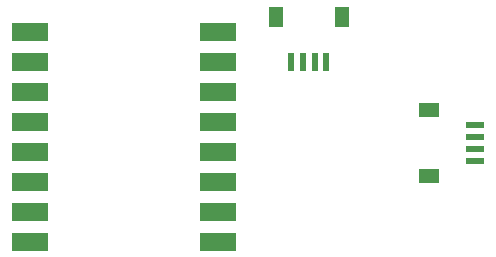
<source format=gbr>
%TF.GenerationSoftware,KiCad,Pcbnew,8.0.3*%
%TF.CreationDate,2024-10-26T21:30:25-07:00*%
%TF.ProjectId,oled_controller,6f6c6564-5f63-46f6-9e74-726f6c6c6572,rev?*%
%TF.SameCoordinates,Original*%
%TF.FileFunction,Paste,Bot*%
%TF.FilePolarity,Positive*%
%FSLAX46Y46*%
G04 Gerber Fmt 4.6, Leading zero omitted, Abs format (unit mm)*
G04 Created by KiCad (PCBNEW 8.0.3) date 2024-10-26 21:30:25*
%MOMM*%
%LPD*%
G01*
G04 APERTURE LIST*
%ADD10R,3.025000X1.524000*%
%ADD11R,1.200000X1.800000*%
%ADD12R,0.600000X1.550000*%
%ADD13R,1.550000X0.600000*%
%ADD14R,1.800000X1.200000*%
G04 APERTURE END LIST*
D10*
%TO.C,U3*%
X78280000Y-70370000D03*
X78280000Y-67830000D03*
X78280000Y-65290000D03*
X78280000Y-62750000D03*
X78280000Y-60210000D03*
X78280000Y-57670000D03*
X78280000Y-55130000D03*
X78280000Y-52590000D03*
X94250000Y-70370000D03*
X94250000Y-67830000D03*
X94250000Y-65290000D03*
X94250000Y-62750000D03*
X94250000Y-60210000D03*
X94250000Y-57670000D03*
X94250000Y-55130000D03*
X94250000Y-52590000D03*
%TD*%
D11*
%TO.C,J6*%
X104700000Y-51300000D03*
X99100000Y-51300000D03*
D12*
X100400000Y-55175000D03*
X101400000Y-55175000D03*
X102400000Y-55175000D03*
X103400000Y-55175000D03*
%TD*%
D13*
%TO.C,J5*%
X116000000Y-63500000D03*
X116000000Y-62500000D03*
X116000000Y-61500000D03*
X116000000Y-60500000D03*
D14*
X112125000Y-64800000D03*
X112125000Y-59200000D03*
%TD*%
M02*

</source>
